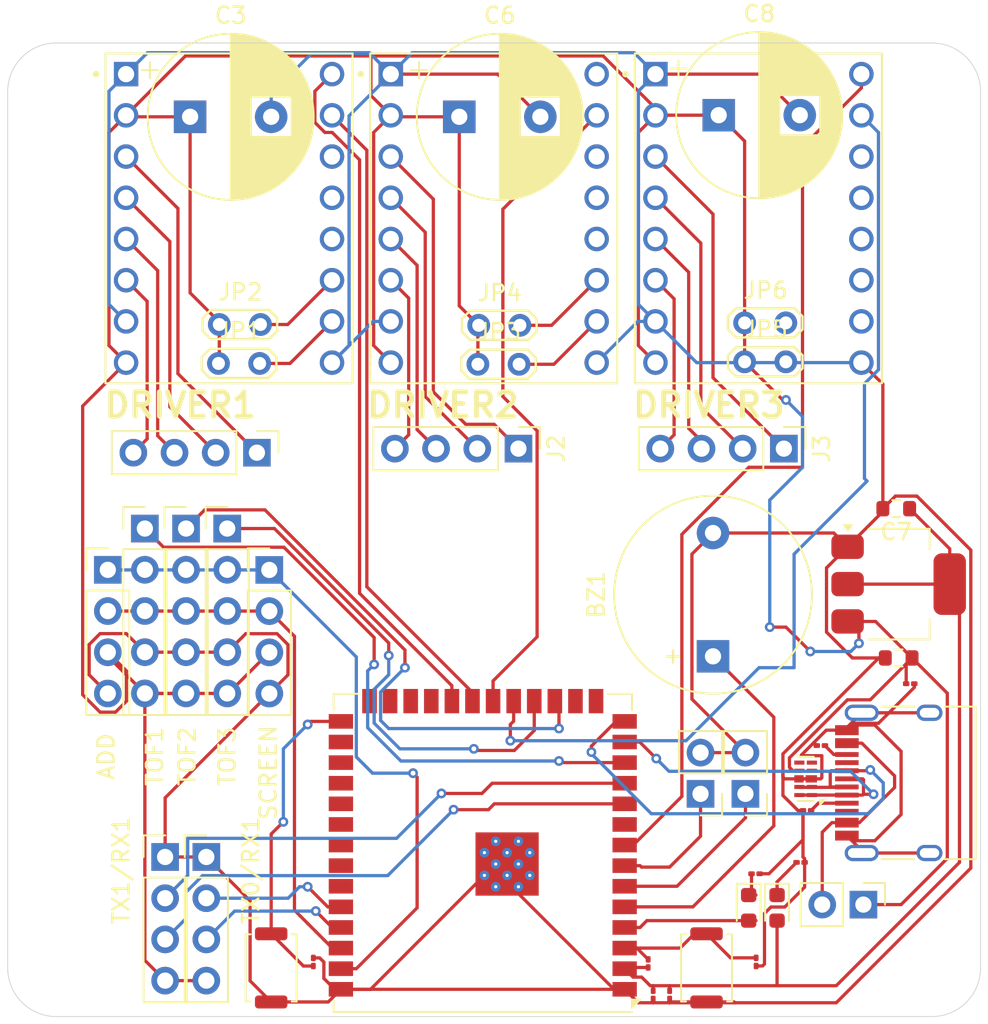
<source format=kicad_pcb>
(kicad_pcb (version 20240108) (generator "pcbnew") (generator_version "8.0")
  (layers (0 "F.Cu" signal) (31 "B.Cu" signal) (34 "B.Paste" user) (35 "F.Paste" user) (36 "B.SilkS" user "B.Silkscreen") (37 "F.SilkS" user "F.Silkscreen") (38 "B.Mask" user) (39 "F.Mask" user) (44 "Edge.Cuts" user))
  (net 0 "")
  (net 1 "SDA")
  (net 2 "SCL")
  (net 3 "3V3")
  (net 4 "VCC_5V")
  (net 5 "BUZZER")
  (net 6 "GPIO0")
  (net 7 "ESP32_EN")
  (net 8 "Net-(D1-K)")
  (net 9 "LED")
  (net 10 "Net-(D2-K)")
  (net 11 "USB_P")
  (net 12 "USB_N")
  (net 13 "Net-(J1-CC1)")
  (net 14 "VCC_5Vin")
  (net 16 "Net-(J1-CC2)")
  (net 18 "TEAMBTN")
  (net 19 "LAUNCHPULL")
  (net 20 "Net-(JP1-B)")
  (net 21 "Net-(JP2-B)")
  (net 22 "Net-(JP3-B)")
  (net 23 "Net-(JP4-B)")
  (net 24 "Net-(JP5-B)")
  (net 25 "Net-(JP6-B)")
  (net 26 "XSHUT1")
  (net 27 "XSHUT2")
  (net 28 "XSHUT3")
  (net 29 "RX0")
  (net 30 "TX0")
  (net 31 "TX1")
  (net 32 "RX1")
  (net 34 "DIR1")
  (net 36 "STEP1")
  (net 39 "STEP2")
  (net 41 "DIR2")
  (net 46 "DIR3")
  (net 49 "STEP3")
  (net 50 "GPIO21")
  (net 51 "GPIO36")
  (net 54 "GPIO47")
  (net 58 "GPIO48")
  (net 59 "GPIO37")
  (net 62 "GPIO35")
  (net 63 "GPIO38")
  (net 64 "GND")
  (net 65 "MOTORA4")
  (net 66 "MOTORA1")
  (net 67 "MOTORA3")
  (net 68 "MOTORA2")
  (net 69 "MOTORB4")
  (net 70 "MOTORB1")
  (net 71 "MOTORB2")
  (net 72 "MOTORB3")
  (net 73 "MOTORC1")
  (net 74 "MOTORC4")
  (net 75 "MOTORC3")
  (net 76 "MOTORC2")
  (footprint "Buzzer_Beeper:Buzzer_12x9.5RM7.6" (layer "F.Cu") (at 153.71 110.78 90)
    (property "Reference" "BZ1")
    (property "Value" "Buzzer")
  )
  (footprint "Connector_PinHeader_2.54mm:PinHeader_1x04_P2.54mm_Vertical" (layer "F.Cu") (at 119.92 123.145)
    (property "Reference" "TX1/RX1")
    (property "Value" "Conn_01x04_Pin" (hide yes))
  )
  (footprint "TestPoint:TestPoint_2Pads_Pitch2.54mm_Drill0.8mm" (layer "F.Cu") (at 123.21 92.73)
    (property "Reference" "JP1")
    (property "Value" "Jumper_2_Open" (hide yes))
  )
  (footprint "Connector_PinHeader_2.54mm:PinHeader_1x04_P2.54mm_Vertical" (layer "F.Cu") (at 158.08 97.98 -90)
    (property "Reference" "J3")
    (property "Value" "Conn_01x04_Pin" (hide yes))
  )
  (footprint "Resistor_SMD:R_01005_0402Metric" (layer "F.Cu") (at 156.335 124.18)
    (property "Reference" "R5" (hide yes))
    (property "Value" "120" (hide yes))
  )
  (footprint "TestPoint:TestPoint_2Pads_Pitch2.54mm_Drill0.8mm" (layer "F.Cu") (at 155.66 92.63)
    (property "Reference" "JP5")
    (property "Value" "Jumper_2_Open" (hide yes))
  )
  (footprint "TMC2209:MODULE_TMC2209_SILENTSTEPSTICK" (layer "F.Cu") (at 156.51 83.79)
    (property "Reference" "U5" (hide yes))
    (property "Value" "TMC2209_SILENTSTEPSTICK" (hide yes))
  )
  (footprint "Capacitor_THT:CP_Radial_D10.0mm_P5.00mm" (layer "F.Cu") (at 138.06 77.53)
    (property "Reference" "C6")
    (property "Value" "100uF")
  )
  (footprint "Connector_PinHeader_2.54mm:PinHeader_1x02_P2.54mm_Vertical" (layer "F.Cu") (at 162.985 126.08 -90)
    (property "Reference" "J6" (hide yes))
    (property "Value" "Conn_01x02_Pin" (hide yes))
  )
  (footprint "Connector_PinHeader_2.54mm:PinHeader_1x05_P2.54mm_Vertical" (layer "F.Cu") (at 121.21 102.905)
    (property "Reference" "TOF2")
    (property "Value" "Conn_01x05_Pin" (hide yes))
  )
  (footprint "Resistor_SMD:R_01005_0402Metric" (layer "F.Cu") (at 160.36 116.28 180)
    (property "Reference" "R2" (hide yes))
    (property "Value" "5.1k" (hide yes))
  )
  (footprint "Resistor_SMD:R_01005_0402Metric" (layer "F.Cu") (at 150.019 131.64 -90)
    (property "Reference" "C10" (hide yes))
    (property "Value" "0.1uF(50V/10%)" (hide yes))
  )
  (footprint "TestPoint:TestPoint_2Pads_Pitch2.54mm_Drill0.8mm" (layer "F.Cu") (at 139.21 92.78)
    (property "Reference" "JP3")
    (property "Value" "Jumper_2_Open" (hide yes))
  )
  (footprint "Resistor_SMD:R_01005_0402Metric" (layer "F.Cu") (at 151.035 131.64 -90)
    (property "Reference" "C9" (hide yes))
    (property "Value" "10uF(25V/20%)" (hide yes))
  )
  (footprint "Resistor_SMD:R_01005_0402Metric" (layer "F.Cu") (at 159.11 123.48)
    (property "Reference" "R4" (hide yes))
    (property "Value" "120")
  )
  (footprint "Capacitor_THT:CP_Radial_D10.0mm_P5.00mm" (layer "F.Cu") (at 121.46 77.53)
    (property "Reference" "C3")
    (property "Value" "100uF")
  )
  (footprint "Connector_PinHeader_2.54mm:PinHeader_1x04_P2.54mm_Vertical" (layer "F.Cu") (at 125.58 98.23 -90)
    (property "Reference" "J8" (hide yes))
    (property "Value" "Conn_01x04_Pin" (hide yes))
  )
  (footprint "Connector_PinHeader_2.54mm:PinHeader_1x05_P2.54mm_Vertical" (layer "F.Cu") (at 118.67 102.905)
    (property "Reference" "TOF1")
    (property "Value" "Conn_01x05_Pin" (hide yes))
  )
  (footprint "Resistor_SMD:R_0603_1608Metric" (layer "F.Cu") (at 165.16 110.88 180)
    (property "Reference" "C5" (hide yes))
    (property "Value" "10uF" (hide yes))
  )
  (footprint "MountingHole:MountingHole_3.2mm_M3" (layer "F.Cu") (at 167.21 129.98)
    (property "Reference" "H4" (hide yes))
    (property "Value" "MountingHole" (hide yes))
  )
  (footprint "Resistor_SMD:R_01005_0402Metric" (layer "F.Cu") (at 156.369 129.612 -90)
    (property "Reference" "C2" (hide yes))
    (property "Value" "0.1uF" (hide yes))
  )
  (footprint "Connector_PinHeader_2.54mm:PinHeader_1x05_P2.54mm_Vertical" (layer "F.Cu") (at 123.75 102.905)
    (property "Reference" "TOF3")
    (property "Value" "Conn_01x05_Pin" (hide yes))
  )
  (footprint "MountingHole:MountingHole_3.2mm_M3" (layer "F.Cu") (at 167.21 75.98)
    (property "Reference" "H2" (hide yes))
    (property "Value" "MountingHole" (hide yes))
  )
  (footprint "Package_TO_SOT_SMD:SOT-223-3_TabPin2" (layer "F.Cu") (at 165.16 106.33)
    (property "Reference" "U4" (hide yes))
    (property "Value" "AMS1117-3.3 (UMW)" (hide yes))
  )
  (footprint "Resistor_SMD:R_01005_0402Metric" (layer "F.Cu") (at 129.06 129.616 90)
    (property "Reference" "C1" (hide yes))
    (property "Value" "0.1uF" (hide yes))
  )
  (footprint "Connector_PinHeader_2.54mm:PinHeader_1x04_P2.54mm_Vertical" (layer "F.Cu") (at 126.345 105.455)
    (property "Reference" "SCREEN")
    (property "Value" "Conn_01x04_Pin" (hide yes))
  )
  (footprint "TMC2209:MODULE_TMC2209_SILENTSTEPSTICK" (layer "F.Cu") (at 140.185 83.79)
    (property "Reference" "U2" (hide yes))
    (property "Value" "TMC2209_SILENTSTEPSTICK" (hide yes))
  )
  (footprint "TestPoint:TestPoint_2Pads_Pitch2.54mm_Drill0.8mm" (layer "F.Cu") (at 139.26 90.38)
    (property "Reference" "JP4")
    (property "Value" "Jumper_2_Open" (hide yes))
  )
  (footprint "MountingHole:MountingHole_3.2mm_M3" (layer "F.Cu") (at 113.21 129.98)
    (property "Reference" "H3" (hide yes))
    (property "Value" "MountingHole" (hide yes))
  )
  (footprint "Package_DFN_QFN:Diodes_UDFN-10_1.0x2.5mm_P0.5mm" (layer "F.Cu") (at 159.4225 118.33 180)
    (property "Reference" "U3" (hide yes))
    (property "Value" "D3V3XA4B10LP" (hide yes))
  )
  (footprint "Connector_USB:USB_C_Receptacle_HRO_TYPE-C-31-M-12" (layer "F.Cu") (at 166.01 118.58 90)
    (property "Reference" "J1" (hide yes))
    (property "Value" "USB_C_Receptacle_USB2.0_16P" (hide yes))
  )
  (footprint "Capacitor_THT:CP_Radial_D10.0mm_P5.00mm" (layer "F.Cu") (at 154.06 77.43)
    (property "Reference" "C8")
    (property "Value" "100uF")
  )
  (footprint "Connector_PinHeader_2.54mm:PinHeader_1x04_P2.54mm_Vertical" (layer "F.Cu") (at 122.46 123.145)
    (property "Reference" "TX0/RX1")
    (property "Value" "Conn_01x04_Pin" (hide yes))
  )
  (footprint "Resistor_SMD:R_01005_0402Metric" (layer "F.Cu") (at 165.873 112.467)
    (property "Reference" "C4" (hide yes))
    (property "Value" "10uF(25V/20%)" (hide yes))
  )
  (footprint "Button_Switch_SMD:SW_Push_SPST_NO_Alps_SKRK" (layer "F.Cu") (at 126.46 129.98 90)
    (property "Reference" "SW1" (hide yes))
    (property "Value" "SW_Push" (hide yes))
  )
  (footprint "Resistor_SMD:R_01005_0402Metric" (layer "F.Cu") (at 149.71 129.705 90)
    (property "Reference" "R1" (hide yes))
    (property "Value" "10k" (hide yes))
  )
  (footprint "Resistor_SMD:R_0603_1608Metric" (layer "F.Cu") (at 165.01 101.68 180)
    (property "Reference" "C7")
    (property "Value" "10uF")
  )
  (footprint "LED_SMD:LED_0603_1608Metric" (layer "F.Cu") (at 157.66 126.28 -90)
    (property "Reference" "D1" (hide yes))
    (property "Value" "~" (hide yes))
  )
  (footprint "TestPoint:TestPoint_2Pads_Pitch2.54mm_Drill0.8mm" (layer "F.Cu") (at 155.66 90.23)
    (property "Reference" "JP6")
    (property "Value" "Jumper_2_Open" (hide yes))
  )
  (footprint "Button_Switch_SMD:SW_Push_SPST_NO_Alps_SKRK" (layer "F.Cu") (at 153.31 129.98 90)
    (property "Reference" "SW2" (hide yes))
    (property "Value" "SW_Push" (hide yes))
  )
  (footprint "RF_Module:ESP32-S3-WROOM-1U" (layer "F.Cu") (at 139.51 122.89 180)
    (property "Reference" "U6" (hide yes))
    (property "Value" "ESP32-S3-WROOM-1" (hide yes))
  )
  (footprint "Connector_PinHeader_2.54mm:PinHeader_1x04_P2.54mm_Vertical" (layer "F.Cu") (at 116.384 105.45)
    (property "Reference" "ADD")
    (property "Value" "Conn_01x04_Pin" (hide yes))
  )
  (footprint "TestPoint:TestPoint_2Pads_Pitch2.54mm_Drill0.8mm" (layer "F.Cu") (at 123.26 90.33)
    (property "Reference" "JP2")
    (property "Value" "Jumper_2_Open" (hide yes))
  )
  (footprint "TMC2209:MODULE_TMC2209_SILENTSTEPSTICK" (layer "F.Cu") (at 123.86 83.79)
    (property "Reference" "U1" (hide yes))
    (property "Value" "TMC2209_SILENTSTEPSTICK" (hide yes))
  )
  (footprint "Connector_PinHeader_2.54mm:PinHeader_1x04_P2.54mm_Vertical" (layer "F.Cu") (at 141.71 97.98 -90)
    (property "Reference" "J2")
    (property "Value" "Conn_01x04_Pin" (hide yes))
  )
  (footprint "MountingHole:MountingHole_3.2mm_M3" (layer "F.Cu") (at 113.21 75.98)
    (property "Reference" "H1" (hide yes))
    (property "Value" "MountingHole" (hide yes))
  )
  (footprint "Connector_PinHeader_2.54mm:PinHeader_1x02_P2.54mm_Vertical" (layer "F.Cu") (at 152.94 119.255 180)
    (property "Reference" "J5" (hide yes))
    (property "Value" "Conn_01x02_Pin" (hide yes))
  )
  (footprint "Connector_PinHeader_2.54mm:PinHeader_1x02_P2.54mm_Vertical" (layer "F.Cu") (at 155.71 119.255 180)
    (property "Reference" "J7" (hide yes))
    (property "Value" "Conn_01x02_Pin" (hide yes))
  )
  (footprint "LED_SMD:LED_0603_1608Metric" (layer "F.Cu") (at 155.91 126.28 -90)
    (property "Reference" "D2" (hide yes))
    (property "Value" "~" (hide yes))
  )
  (footprint "Resistor_SMD:R_01005_0402Metric" (layer "F.Cu") (at 159.51 120.28 180)
    (property "Reference" "R3" (hide yes))
    (property "Value" "5.1k" (hide yes))
  )
  (gr_line (start 167.21 132.98) (end 113.21 132.98) (stroke (width 0.05)) (layer "Edge.Cuts"))
  (gr_arc (start 167.21 72.98) (mid 169.33132 73.85868) (end 170.21 75.98) (stroke (width 0.05)) (layer "Edge.Cuts"))
  (gr_line (start 113.21 72.98) (end 167.21 72.98) (stroke (width 0.05)) (layer "Edge.Cuts"))
  (gr_arc (start 110.21 75.98) (mid 111.08868 73.85868) (end 113.21 72.98) (stroke (width 0.05)) (layer "Edge.Cuts"))
  (gr_arc (start 113.21 132.98) (mid 111.08868 132.10132) (end 110.21 129.98) (stroke (width 0.05)) (layer "Edge.Cuts"))
  (gr_line (start 170.21 75.98) (end 170.21 129.98) (stroke (width 0.05)) (layer "Edge.Cuts"))
  (gr_arc (start 170.21 129.98) (mid 169.33132 132.10132) (end 167.21 132.98) (stroke (width 0.05)) (layer "Edge.Cuts"))
  (gr_line (start 110.21 129.98) (end 110.21 75.98) (stroke (width 0.05)) (layer "Edge.Cuts"))
  (gr_text "DRIVER2\n" (at 132.21 96.18 0) (layer "F.SilkS") (effects (font (size 1.5 1.5) (thickness 0.3) (bold yes)) (justify left bottom)))
  (gr_text "DRIVER1" (at 116.01 96.18 0) (layer "F.SilkS") (effects (font (size 1.5 1.5) (thickness 0.3) (bold yes)) (justify left bottom)))
  (gr_text "DRIVER3\n" (at 148.61 96.18 0) (layer "F.SilkS") (effects (font (size 1.5 1.5) (thickness 0.3) (bold yes)) (justify left bottom)))
  (segment (start 135.46 118.23) (end 135.21 117.98) (width 0.2) (layer "F.Cu") (net 1))
  (segment (start 135.46 126.28) (end 135.46 118.23) (width 0.2) (layer "F.Cu") (net 1))
  (segment (start 131.71 130.03) (end 135.46 126.28) (width 0.2) (layer "F.Cu") (net 1))
  (segment (start 130.76 130.03) (end 131.71 130.03) (width 0.2) (layer "F.Cu") (net 1))
  (via (at 135.21 117.98) (size 0.6) (drill 0.3) (layers "F.Cu" "B.Cu") (net 1))
  (segment (start 135.21 117.98) (end 132.71 117.98) (width 0.2) (layer "B.Cu") (net 1))
  (segment (start 131.71 116.98) (end 131.71 110.82) (width 0.2) (layer "B.Cu") (net 1))
  (segment (start 131.71 110.82) (end 126.345 105.455) (width 0.2) (layer "B.Cu") (net 1))
  (segment (start 116.389 105.455) (end 116.384 105.45) (width 0.2) (layer "B.Cu") (net 1))
  (segment (start 126.345 105.455) (end 116.389 105.455) (width 0.2) (layer "B.Cu") (net 1))
  (segment (start 132.71 117.98) (end 131.71 116.98) (width 0.2) (layer "B.Cu") (net 1))
  (segment (start 126.34 107.99) (end 126.345 107.995) (width 0.2) (layer "F.Cu") (net 2))
  (segment (start 130.76 128.76) (end 130.23 128.76) (width 0.2) (layer "F.Cu") (net 2))
  (segment (start 130.23 128.76) (end 127.895 126.425) (width 0.2) (layer "F.Cu") (net 2))
  (segment (start 126.34 107.99) (end 116.384 107.99) (width 0.2) (layer "F.Cu") (net 2))
  (segment (start 127.895 126.425) (end 127.895 109.545) (width 0.2) (layer "F.Cu") (net 2))
  (segment (start 127.895 109.545) (end 126.34 107.99) (width 0.2) (layer "F.Cu") (net 2))
  (segment (start 157.66 127.0675) (end 157.66 131.08) (width 0.2) (layer "F.Cu") (net 3))
  (segment (start 150.019 131.39) (end 150.019 131.08) (width 0.2) (layer "F.Cu") (net 3))
  (segment (start 157.66 131.08) (end 161.31 131.08) (width 0.2) (layer "F.Cu") (net 3))
  (segment (start 168.91 123.48) (end 168.91 106.93) (width 0.2) (layer "F.Cu") (net 3))
  (segment (start 151.035 131.39) (end 151.035 131.08) (width 0.2) (layer "F.Cu") (net 3))
  (segment (start 161.31 131.08) (end 168.91 123.48) (width 0.2) (layer "F.Cu") (net 3))
  (segment (start 150.019 131.08) (end 151.035 131.08) (width 0.2) (layer "F.Cu") (net 3))
  (segment (start 168.31 106.33) (end 162.01 106.33) (width 0.2) (layer "F.Cu") (net 3))
  (segment (start 148.78 130.55) (end 149.31 130.55) (width 0.2) (layer "F.Cu") (net 3))
  (segment (start 168.91 106.93) (end 168.31 106.33) (width 0.2) (layer "F.Cu") (net 3))
  (segment (start 149.71 129.955) (end 148.335 129.955) (width 0.2) (layer "F.Cu") (net 3))
  (segment (start 148.335 129.955) (end 148.26 130.03) (width 0.2) (layer "F.Cu") (net 3))
  (segment (start 168.31 106.33) (end 168.31 104.155) (width 0.2) (layer "F.Cu") (net 3))
  (segment (start 151.035 131.08) (end 157.66 131.08) (width 0.2) (layer "F.Cu") (net 3))
  (segment (start 149.84 131.08) (end 150.019 131.08) (width 0.2) (layer "F.Cu") (net 3))
  (segment (start 149.31 130.55) (end 149.84 131.08) (width 0.2) (layer "F.Cu") (net 3))
  (segment (start 148.26 130.03) (end 148.78 130.55) (width 0.2) (layer "F.Cu") (net 3))
  (segment (start 168.31 104.155) (end 165.835 101.68) (width 0.2) (layer "F.Cu") (net 3))
  (segment (start 158.4225 117.036129) (end 158.4225 117.6175) (width 0.2) (layer "F.Cu") (net 4))
  (segment (start 139.21 92.78) (end 139.21 90.43) (width 0.2) (layer "F.Cu") (net 4))
  (segment (start 163.405 113.46) (end 161.998629 113.46) (width 0.2) (layer "F.Cu") (net 4))
  (segment (start 155.66 92.63) (end 155.66 90.23) (width 0.2) (layer "F.Cu") (net 4))
  (segment (start 155.66 90.23) (end 155.66 79.03) (width 0.2) (layer "F.Cu") (net 4))
  (segment (start 150.16 92.68) (end 149.106 91.626) (width 0.2) (layer "F.Cu") (net 4))
  (segment (start 117.51 92.68) (end 116.456 91.626) (width 0.2) (layer "F.Cu") (net 4))
  (segment (start 149.106 78.494) (end 150.16 77.44) (width 0.2) (layer "F.Cu") (net 4))
  (segment (start 157.21 108.98) (end 158.21 108.98) (width 0.2) (layer "F.Cu") (net 4))
  (segment (start 118.67 129.515) (end 118.67 113.065) (width 0.2) (layer "F.Cu") (net 4))
  (segment (start 123.26 90.33) (end 123.26 92.68) (width 0.2) (layer "F.Cu") (net 4))
  (segment (start 158.01 94.98) (end 158.21 94.98) (width 0.2) (layer "F.Cu") (net 4))
  (segment (start 133.835 92.68) (end 132.781 91.626) (width 0.2) (layer "F.Cu") (net 4))
  (segment (start 117.51 92.68) (end 114.834 95.356) (width 0.2) (layer "F.Cu") (net 4))
  (segment (start 158.4225 117.6175) (end 158.61 117.805) (width 0.2) (layer "F.Cu") (net 4))
  (segment (start 168.16 113.055) (end 165.985 110.88) (width 0.2) (layer "F.Cu") (net 4))
  (segment (start 162.71 109.33) (end 162.01 108.63) (width 0.2) (layer "F.Cu") (net 4))
  (segment (start 162.71 109.98) (end 162.71 109.33) (width 0.2) (layer "F.Cu") (net 4))
  (segment (start 132.781 91.626) (end 132.781 78.494) (width 0.2) (layer "F.Cu") (net 4))
  (segment (start 114.834 113.146346) (end 115.907654 114.22) (width 0.2) (layer "F.Cu") (net 4))
  (segment (start 123.26 90.18) (end 121.46 88.38) (width 0.2) (layer "F.Cu") (net 4))
  (segment (start 146.932 73.78) (end 150.16 77.008) (width 0.2) (layer "F.Cu") (net 4))
  (segment (start 165.623 112.467) (end 165.623 111.242) (width 0.2) (layer "F.Cu") (net 4))
  (segment (start 115.907654 114.22) (end 116.860346 114.22) (width 0.2) (layer "F.Cu") (net 4))
  (segment (start 123.26 90.33) (end 123.26 90.18) (width 0.2) (layer "F.Cu") (net 4))
  (segment (start 132.61 76.215) (end 133.835 77.44) (width 0.2) (layer "F.Cu") (net 4))
  (segment (start 121.46 88.38) (end 121.46 77.53) (width 0.2) (layer "F.Cu") (net 4))
  (segment (start 114.834 95.356) (end 114.834 113.146346) (width 0.2) (layer "F.Cu") (net 4))
  (segment (start 165.985 110.88) (end 163.405 113.46) (width 0.2) (layer "F.Cu") (net 4))
  (segment (start 165.31137 126.08) (end 168.135685 123.255685) (width 0.2) (layer "F.Cu") (net 4))
  (segment (start 116.384 110.779) (end 116.384 110.53) (width 0.2) (layer "F.Cu") (net 4))
  (segment (start 117.534 113.546346) (end 117.534 111.68) (width 0.2) (layer "F.Cu") (net 4))
  (segment (start 121.46 77.53) (end 117.6 77.53) (width 0.2) (layer "F.Cu") (net 4))
  (segment (start 163.735 108.63) (end 162.01 108.63) (width 0.2) (layer "F.Cu") (net 4))
  (segment (start 155.66 92.63) (end 158.01 94.98) (width 0.2) (layer "F.Cu") (net 4))
  (segment (start 117.534 111.68) (end 116.384 110.53) (width 0.2) (layer "F.Cu") (net 4))
  (segment (start 165.623 111.242) (end 165.985 110.88) (width 0.2) (layer "F.Cu") (net 4))
  (segment (start 158.61 117.805) (end 158.4725 117.805) (width 0.2) (layer "F.Cu") (net 4))
  (segment (start 116.456 78.494) (end 117.51 77.44) (width 0.2) (layer "F.Cu") (net 4))
  (segment (start 138.06 77.53) (end 133.925 77.53) (width 0.2) (layer "F.Cu") (net 4))
  (segment (start 121.17 73.78) (end 132.61 73.78) (width 0.2) (layer "F.Cu") (net 4))
  (segment (start 149.106 91.626) (end 149.106 78.494) (width 0.2) (layer "F.Cu") (net 4))
  (segment (start 154.06 77.43) (end 150.17 77.43) (width 0.2) (layer "F.Cu") (net 4))
  (segment (start 132.61 73.78) (end 146.932 73.78) (width 0.2) (layer "F.Cu") (net 4))
  (segment (start 158.21 108.98) (end 159.71 110.48) (width 0.2) (layer "F.Cu") (net 4))
  (segment (start 118.67 113.065) (end 116.384 110.779) (width 0.2) (layer "F.Cu") (net 4))
  (segment (start 162.985 126.08) (end 165.31137 126.08) (width 0.2) (layer "F.Cu") (net 4))
  (segment (start 123.26 92.68) (end 123.21 92.73) (width 0.2) (layer "F.Cu") (net 4))
  (segment (start 168.135685 123.255685) (end 168.16 123.231371) (width 0.2) (layer "F.Cu") (net 4))
  (segment (start 132.781 78.494) (end 133.835 77.44) (width 0.2) (layer "F.Cu") (net 4))
  (segment (start 132.61 73.78) (end 132.61 76.215) (width 0.2) (layer "F.Cu") (net 4))
  (segment (start 139.26 90.38) (end 138.06 89.18) (width 0.2) (layer "F.Cu") (net 4))
  (segment (start 117.51 77.44) (end 121.17 73.78) (width 0.2) (layer "F.Cu") (net 4))
  (segment (start 138.06 89.18) (end 138.06 77.53) (width 0.2) (layer "F.Cu") (net 4))
  (segment (start 133.925 77.53) (end 133.835 77.44) (width 0.2) (layer "F.Cu") (net 4))
  (segment (start 119.92 130.765) (end 118.67 129.515) (width 0.2) (layer "F.Cu") (net 4))
  (segment (start 139.21 90.43) (end 139.26 90.38) (width 0.2) (layer "F.Cu") (net 4))
  (segment (start 121.21 113.065) (end 118.67 113.065) (width 0.2) (layer "F.Cu") (net 4))
  (segment (start 116.860346 114.22) (end 117.534 113.546346) (width 0.2) (layer "F.Cu") (net 4))
  (segment (start 123.815 113.065) (end 126.345 110.535) (width 0.2) (layer "F.Cu") (net 4))
  (segment (start 150.17 77.43) (end 150.16 77.44) (width 0.2) (layer "F.Cu") (net 4))
  (segment (start 118.67 113.065) (end 123.815 113.065) (width 0.2) (layer "F.Cu") (net 4))
  (segment (start 165.985 110.88) (end 163.735 108.63) (width 0.2) (layer "F.Cu") (net 4))
  (segment (start 119.92 130.765) (end 122.46 130.765) (width 0.2) (layer "F.Cu") (net 4))
  (segment (start 150.16 77.008) (end 150.16 77.44) (width 0.2) (layer "F.Cu") (net 4))
  (segment (start 168.16 123.231371) (end 168.16 113.055) (width 0.2) (layer "F.Cu") (net 4))
  (segment (start 161.998629 113.46) (end 158.4225 117.036129) (width 0.2) (layer "F.Cu") (net 4))
  (segment (start 116.456 91.626) (end 116.456 78.494) (width 0.2) (layer "F.Cu") (net 4))
  (segment (start 117.6 77.53) (end 117.51 77.44) (width 0.2) (layer "F.Cu") (net 4))
  (segment (start 155.66 79.03) (end 154.06 77.43) (width 0.2) (layer "F.Cu") (net 4))
  (via (at 162.71 109.98) (size 0.6) (drill 0.3) (layers "F.Cu" "B.Cu") (net 4))
  (via (at 159.71 110.48) (size 0.6) (drill 0.3) (layers "F.Cu" "B.Cu") (net 4))
  (via (at 158.21 94.98) (size 0.6) (drill 0.3) (layers "F.Cu" "B.Cu") (net 4))
  (via (at 157.21 108.98) (size 0.6) (drill 0.3) (layers "F.Cu" "B.Cu") (net 4))
  (segment (start 159.23 96) (end 159.23 99.13) (width 0.2) (layer "B.Cu") (net 4))
  (segment (start 157.21 101.15) (end 157.21 108.98) (width 0.2) (layer "B.Cu") (net 4))
  (segment (start 159.71 110.48) (end 162.21 110.48) (width 0.2) (layer "B.Cu") (net 4))
  (segment (start 159.23 99.13) (end 157.21 101.15) (width 0.2) (layer "B.Cu") (net 4))
  (segment (start 158.21 94.98) (end 159.23 96) (width 0.2) (layer "B.Cu") (net 4))
  (segment (start 162.21 110.48) (end 162.71 109.98) (width 0.2) (layer "B.Cu") (net 4))
  (segment (start 157.46 121.23) (end 157.46 114.53) (width 0.2) (layer "F.Cu") (net 5))
  (segment (start 157.46 114.53) (end 153.71 110.78) (width 0.2) (layer "F.Cu") (net 5))
  (segment (start 148.47 126.43) (end 148.26 126.22) (width 0.2) (layer "F.Cu") (net 5))
  (segment (start 152.47 126.22) (end 157.46 121.23) (width 0.2) (layer "F.Cu") (net 5))
  (segment (start 148.26 126.22) (end 152.47 126.22) (width 0.2) (layer "F.Cu") (net 5))
  (segment (start 126.46 127.88) (end 126.46 121.73) (width 0.2) (layer "F.Cu") (net 6))
  (segment (start 126.46 121.73) (end 127.21 120.98) (width 0.2) (layer "F.Cu") (net 6))
  (segment (start 129.06 129.866) (end 128.446 129.866) (width 0.2) (layer "F.Cu") (net 6))
  (segment (start 128.71 114.98) (end 128.9 114.79) (width 0.2) (layer "F.Cu") (net 6))
  (segment (start 128.446 129.866) (end 126.46 127.88) (width 0.2) (layer "F.Cu") (net 6))
  (segment (start 128.9 114.79) (end 130.76 114.79) (width 0.2) (layer "F.Cu") (net 6))
  (via (at 128.71 114.98) (size 0.6) (drill 0.3) (layers "F.Cu" "B.Cu") (net 6))
  (via (at 127.21 120.98) (size 0.6) (drill 0.3) (layers "F.Cu" "B.Cu") (net 6))
  (segment (start 127.21 116.48) (end 128.71 114.98) (width 0.2) (layer "B.Cu") (net 6))
  (segment (start 127.21 120.98) (end 127.21 116.48) (width 0.2) (layer "B.Cu") (net 6))
  (segment (start 154.792 129.362) (end 153.31 127.88) (width 0.2) (layer "F.Cu") (net 7))
  (segment (start 151.68 128.76) (end 148.26 128.76) (width 0.2) (layer "F.Cu") (net 7))
  (segment (start 149.015 128.76) (end 148.26 128.76) (width 0.2) (layer "F.Cu") (net 7))
  (segment (start 156.369 129.362) (end 154.792 129.362) (width 0.2) (layer "F.Cu") (net 7))
  (segment (start 152.56 127.88) (end 151.68 128.76) (width 0.2) (layer "F.Cu") (net 7))
  (segment (start 149.71 129.455) (end 149.015 128.76) (width 0.2) (layer "F.Cu") (net 7))
  (segment (start 157.66 125.4925) (end 157.66 124.68) (width 0.2) (layer "F.Cu") (net 8))
  (segment (start 157.66 124.68) (end 158.86 123.48) (width 0.2) (layer "F.Cu") (net 8))
  (segment (start 149.21 127.49) (end 149.6325 127.0675) (width 0.2) (layer "F.Cu") (net 9))
  (segment (start 156.36 127.0675) (end 156.1225 126.83) (width 0.2) (layer "F.Cu") (net 9))
  (segment (start 148.26 127.49) (end 149.21 127.49) (width 0.2) (layer "F.Cu") (net 9))
  (segment (start 149.6325 127.0675) (end 155.91 127.0675) (width 0.2) (layer "F.Cu") (net 9))
  (segment (start 156.36 125.4925) (end 156.085 125.2175) (width 0.2) (layer "F.Cu") (net 10))
  (segment (start 156.085 125.2175) (end 156.085 124.18) (width 0.2) (layer "F.Cu") (net 10))
  (segment (start 161.965 118.83) (end 161.94 118.805) (width 0.2) (layer "F.Cu") (net 11))
  (segment (start 146.21 116.31) (end 147.73 114.79) (width 0.2) (layer "F.Cu") (net 11))
  (segment (start 147.73 114.79) (end 148.26 114.79) (width 0.2) (layer "F.Cu") (net 11))
  (segment (start 161.94 118.855) (end 159.035 118.855) (width 0.2) (layer "F.Cu") (net 11))
  (segment (start 160.94 118.78) (end 160.94 117.88) (width 0.2) (layer "F.Cu") (net 11))
  (segment (start 163.36 117.83) (end 163.41 117.78) (width 0.2) (layer "F.Cu") (net 11))
  (segment (start 146.21 116.68) (end 146.21 116.31) (width 0.2) (layer "F.Cu") (net 11))
  (segment (start 160.99 118.83) (end 160.94 118.78) (width 0.2) (layer "F.Cu") (net 11))
  (segment (start 161.965 117.83) (end 163.36 117.83) (width 0.2) (layer "F.Cu") (net 11))
  (segment (start 161.965 118.83) (end 161.94 118.855) (width 0.2) (layer "F.Cu") (net 11))
  (segment (start 160.94 117.88) (end 160.99 117.83) (width 0.2) (layer "F.Cu") (net 11))
  (segment (start 161.965 118.83) (end 160.99 118.83) (width 0.2) (layer "F.Cu") (net 11))
  (segment (start 160.99 117.83) (end 161.965 117.83) (width 0.2) (layer "F.Cu") (net 11))
  (via (at 146.21 116.68) (size 0.6) (drill 0.3) (layers "F.Cu" "B.Cu") (net 11))
  (via (at 163.41 117.78) (size 0.6) (drill 0.3) (layers "F.Cu" "B.Cu") (net 11))
  (segment (start 163.41 117.78) (end 164.21 118.58) (width 0.2) (layer "B.Cu") (net 11))
  (segment (start 164.21 119.528529) (end 163.258529 120.48) (width 0.2) (layer "B.Cu") (net 11))
  (segment (start 164.21 118.58) (end 164.21 119.528529) (width 0.2) (layer "B.Cu") (net 11))
  (segment (start 146.21 116.68) (end 146.11 116.68) (width 0.2) (layer "B.Cu") (net 11))
  (segment (start 149.91 120.48) (end 146.21 116.78) (width 0.2) (layer "B.Cu") (net 11))
  (segment (start 146.11 116.68) (end 146.21 116.78) (width 0.2) (layer "B.Cu") (net 11))
  (segment (start 163.258529 120.48) (end 149.91 120.48) (width 0.2) (layer "B.Cu") (net 11))
  (segment (start 146.21 116.78) (end 146.21 116.68) (width 0.2) (layer "B.Cu") (net 11))
  (segment (start 162.99 119.28) (end 163.61 119.28) (width 0.2) (layer "F.Cu") (net 12))
  (segment (start 162.94 119.33) (end 161.965 119.33) (width 0.2) (layer "F.Cu") (net 12))
  (segment (start 162.99 119.28) (end 162.94 119.33) (width 0.2) (layer "F.Cu") (net 12))
  (segment (start 149.19 116.06) (end 148.26 116.06) (width 0.2) (layer "F.Cu") (net 12))
  (segment (start 161.965 118.33) (end 162.94 118.33) (width 0.2) (layer "F.Cu") (net 12))
  (segment (start 162.94 118.33) (end 162.99 118.38) (width 0.2) (layer "F.Cu") (net 12))
  (segment (start 162.99 118.38) (end 162.99 119.28) (width 0.2) (layer "F.Cu") (net 12))
  (segment (start 150.21 117.08) (end 149.19 116.06) (width 0.2) (layer "F.Cu") (net 12))
  (segment (start 159.035 119.33) (end 161.965 119.33) (width 0.2) (layer "F.Cu") (net 12))
  (segment (start 163.61 119.28) (end 163.51 119.28) (width 0.2) (layer "F.Cu") (net 12))
  (via (at 150.21 117.08) (size 0.6) (drill 0.3) (layers "F.Cu" "B.Cu") (net 12))
  (via (at 163.61 119.28) (size 0.6) (drill 0.3) (layers "F.Cu" "B.Cu") (net 12))
  (segment (start 162.195 117.865) (end 150.995 117.865) (width 0.2) (layer "B.Cu") (net 12))
  (segment (start 163.61 119.28) (end 162.195 117.865) (width 0.2) (layer "B.Cu") (net 12))
  (segment (start 150.995 117.865) (end 150.21 117.08) (width 0.2) (layer "B.Cu") (net 12))
  (segment (start 160.21 119.83) (end 161.965 119.83) (width 0.2) (layer "F.Cu") (net 13))
  (segment (start 159.76 120.28) (end 160.21 119.83) (width 0.2) (layer "F.Cu") (net 13))
  (segment (start 160.445 121.625) (end 161.04 121.03) (width 0.2) (layer "F.Cu") (net 14))
  (segment (start 164.91 118.15) (end 162.89 116.13) (width 0.2) (layer "F.Cu") (net 14))
  (segment (start 162.74 121.03) (end 164.91 118.86) (width 0.2) (layer "F.Cu") (net 14))
  (segment (start 162.89 116.13) (end 161.965 116.13) (width 0.2) (layer "F.Cu") (net 14))
  (segment (start 160.445 126.08) (end 160.445 121.625) (width 0.2) (layer "F.Cu") (net 14))
  (segment (start 161.04 121.03) (end 161.965 121.03) (width 0.2) (layer "F.Cu") (net 14))
  (segment (start 164.91 118.86) (end 164.91 118.15) (width 0.2) (layer "F.Cu") (net 14))
  (segment (start 161.965 121.03) (end 162.74 121.03) (width 0.2) (layer "F.Cu") (net 14))
  (segment (start 160.61 116.28) (end 161.16 116.83) (width 0.2) (layer "F.Cu") (net 16))
  (segment (start 161.16 116.83) (end 161.965 116.83) (width 0.2) (layer "F.Cu") (net 16))
  (segment (start 149.21 123.68) (end 149.3 123.77) (width 0.2) (layer "F.Cu") (net 18))
  (segment (start 152.94 121.865) (end 152.94 119.255) (width 0.2) (layer "F.Cu") (net 18))
  (segment (start 149.3 123.77) (end 151.035 123.77) (width 0.2) (layer "F.Cu") (net 18))
  (segment (start 151.035 123.77) (end 152.94 121.865) (width 0.2) (layer "F.Cu") (net 18))
  (segment (start 148.26 123.68) (end 149.21 123.68) (width 0.2) (layer "F.Cu") (net 18))
  (segment (start 148.26 124.95) (end 151.49 124.95) (width 0.2) (layer "F.Cu") (net 19))
  (segment (start 151.49 124.95) (end 155.71 120.73) (width 0.2) (layer "F.Cu") (net 19))
  (segment (start 155.71 120.73) (end 155.71 119.255) (width 0.2) (layer "F.Cu") (net 19))
  (segment (start 125.75 92.73) (end 127.62 92.73) (width 0.2) (layer "F.Cu") (net 20))
  (segment (start 127.62 92.73) (end 130.21 90.14) (width 0.2) (layer "F.Cu") (net 20))
  (segment (start 127.48 90.33) (end 130.21 87.6) (width 0.2) (layer "F.Cu") (net 21))
  (segment (start 125.8 90.33) (end 127.48 90.33) (width 0.2) (layer "F.Cu") (net 21))
  (segment (start 141.75 92.78) (end 143.895 92.78) (width 0.2) (layer "F.Cu") (net 22))
  (segment (start 143.895 92.78) (end 146.535 90.14) (width 0.2) (layer "F.Cu") (net 22))
  (segment (start 143.755 90.38) (end 146.535 87.6) (width 0.2) (layer "F.Cu") (net 23))
  (segment (start 141.8 90.38) (end 143.755 90.38) (width 0.2) (layer "F.Cu") (net 23))
  (segment (start 144.31 117.33) (end 148.26 117.33) (width 0.2) (layer "F.Cu") (net 26))
  (segment (start 132.81 109.62) (end 132.81 111.28) (width 0.2) (layer "F.Cu") (net 26))
  (segment (start 127.245 104.055) (end 132.81 109.62) (width 0.2) (layer "F.Cu") (net 26))
  (segment (start 118.67 102.905) (end 119.82 104.055) (width 0.2) (layer "F.Cu") (net 26))
  (segment (start 119.82 104.055) (end 127.245 104.055) (width 0.2) (layer "F.Cu") (net 26))
  (segment (start 144.21 117.23) (end 144.31 117.33) (width 0.2) (layer "F.Cu") (net 26))
  (via (at 144.21 117.23) (size 0.6) (drill 0.3) (layers "F.Cu" "B.Cu") (net 26))
  (via (at 132.81 111.28) (size 0.6) (drill 0.3) (layers "F.Cu" "B.Cu") (net 26))
  (segment (start 144.21 117.23) (end 134.46 117.23) (width 0.2) (layer "B.Cu") (net 26))
  (segment (start 134.46 117.23) (end 132.41 115.18) (width 0.2) (layer "B.Cu") (net 26))
  (segment (start 132.41 115.18) (end 132.41 111.68) (width 0.2) (layer "B.Cu") (net 26))
  (segment (start 132.41 111.68) (end 132.81 111.28) (width 0.2) (layer "B.Cu") (net 26))
  (segment (start 144.21 115.23) (end 144.21 113.795) (width 0.2) (layer "F.Cu") (net 27))
  (segment (start 122.36 101.755) (end 126.076372 101.755) (width 0.2) (layer "F.Cu") (net 27))
  (segment (start 121.21 102.905) (end 122.36 101.755) (width 0.2) (layer "F.Cu") (net 27))
  (segment (start 144.21 113.795) (end 143.955 113.54) (width 0.2) (layer "F.Cu") (net 27))
  (segment (start 126.076372 101.755) (end 134.71 110.388628) (width 0.2) (layer "F.Cu") (net 27))
  (segment (start 134.71 110.388628) (end 134.71 111.48) (width 0.2) (layer "F.Cu") (net 27))
  (via (at 144.21 115.23) (size 0.6) (drill 0.3) (layers "F.Cu" "B.Cu") (net 27))
  (via (at 134.71 111.48) (size 0.6) (drill 0.3) (layers "F.Cu" "B.Cu") (net 27))
  (segment (start 134.71 111.48) (end 133.21 112.98) (width 0.2) (layer "B.Cu") (net 27))
  (segment (start 133.21 114.73) (end 133.71 115.23) (width 0.2) (layer "B.Cu") (net 27))
  (segment (start 133.71 115.23) (end 144.21 115.23) (width 0.2) (layer "B.Cu") (net 27))
  (segment (start 133.21 112.98) (end 133.21 114.73) (width 0.2) (layer "B.Cu") (net 27))
  (segment (start 123.75 102.905) (end 126.660686 102.905) (width 0.2) (layer "F.Cu") (net 28))
  (segment (start 133.71 109.954314) (end 133.71 110.73) (width 0.2) (layer "F.Cu") (net 28))
  (segment (start 126.660686 102.905) (end 133.71 109.954314) (width 0.2) (layer "F.Cu") (net 28))
  (segment (start 139.06 116.58) (end 141.458529 116.58) (width 0.2) (layer "F.Cu") (net 28))
  (segment (start 141.458529 116.58) (end 142.685 115.353529) (width 0.2) (layer "F.Cu") (net 28))
  (segment (start 138.96 116.48) (end 139.06 116.58) (width 0.2) (layer "F.Cu") (net 28))
  (segment (start 142.685 115.353529) (end 142.685 113.54) (width 0.2) (layer "F.Cu") (net 28))
  (segment (start 133.71 110.73) (end 133.71 110.63) (width 0.2) (layer "F.Cu") (net 28))
  (via (at 133.71 110.73) (size 0.6) (drill 0.3) (layers "F.Cu" "B.Cu") (net 28))
  (via (at 138.96 116.48) (size 0.6) (drill 0.3) (layers "F.Cu" "B.Cu") (net 28))
  (segment (start 133.71 111.914314) (end 133.71 110.73) (width 0.2) (layer "B.Cu") (net 28))
  (segment (start 134.394314 116.48) (end 132.81 114.895686) (width 0.2) (layer "B.Cu") (net 28))
  (segment (start 132.81 112.814314) (end 133.71 111.914314) (width 0.2) (layer "B.Cu") (net 28))
  (segment (start 138.96 116.48) (end 134.394314 116.48) (width 0.2) (layer "B.Cu") (net 28))
  (segment (start 132.81 114.895686) (end 132.81 112.814314) (width 0.2) (layer "B.Cu") (net 28))
  (segment (start 130.76 126.22) (end 129.95 126.22) (width 0.2) (layer "F.Cu") (net 29))
  (segment (start 129.95 126.22) (end 128.71 124.98) (width 0.2) (layer "F.Cu") (net 29))
  (via (at 128.71 124.98) (size 0.6) (drill 0.3) (layers "F.Cu" "B.Cu") (net 29))
  (segment (start 128.21 124.98) (end 127.505 125.685) (width 0.2) (layer "B.Cu") (net 29))
  (segment (start 128.71 124.98) (end 128.21 124.98) (width 0.2) (layer "B.Cu") (net 29))
  (segment (start 127.505 125.685) (end 122.46 125.685) (width 0.2) (layer "B.Cu") (net 29))
  (segment (start 130.22 127.49) (end 129.21 126.48) (width 0.2) (layer "F.Cu") (net 30))
  (segment (start 130.76 127.49) (end 130.22 127.49) (width 0.2) (layer "F.Cu") (net 30))
  (via (at 129.21 126.48) (size 0.6) (drill 0.3) (layers "F.Cu" "B.Cu") (net 30))
  (segment (start 124.205 126.48) (end 122.46 128.225) (width 0.2) (layer "B.Cu") (net 30))
  (segment (start 129.21 126.48) (end 124.205 126.48) (width 0.2) (layer "B.Cu") (net 30))
  (segment (start 139.86 120.23) (end 140.22 119.87) (width 0.2) (layer "F.Cu") (net 31))
  (segment (start 140.22 119.87) (end 148.26 119.87) (width 0.2) (layer "F.Cu") (net 31))
  (segment (start 137.71 120.23) (end 139.86 120.23) (width 0.2) (layer "F.Cu") (net 31))
  (via (at 137.71 120.23) (size 0.6) (drill 0.3) (layers "F.Cu" "B.Cu") (net 31))
  (segment (start 133.645 124.295) (end 122.223654 124.295) (width 0.2) (layer "B.Cu") (net 31))
  (segment (start 121.21 125.308654) (end 121.21 126.935) (width 0.2) (layer "B.Cu") (net 31))
  (segment (start 121.21 126.935) (end 119.92 128.225) (width 0.2) (layer "B.Cu") (net 31))
  (segment (start 122.223654 124.295) (end 121.21 125.308654) (width 0.2) (layer "B.Cu") (net 31))
  (segment (start 137.71 120.23) (end 133.645 124.295) (width 0.2) (layer "B.Cu") (net 31))
  (segment (start 136.96 119.23) (end 139.46 119.23) (width 0.2) (layer "F.Cu") (net 32))
  (segment (start 140.09 118.6) (end 148.26 118.6) (width 0.2) (layer "F.Cu") (net 32))
  (segment (start 139.46 119.23) (end 140.09 118.6) (width 0.2) (layer "F.Cu") (net 32))
  (via (at 136.96 119.23) (size 0.6) (drill 0.3) (layers "F.Cu" "B.Cu") (net 32))
  (segment (start 121.31 121.995) (end 121.31 124.295) (width 0.2) (layer "B.Cu") (net 32))
  (segment (start 121.31 124.295) (end 119.92 125.685) (width 0.2) (layer "B.Cu") (net 32))
  (segment (start 136.96 119.23) (end 134.195 121.995) (width 0.2) (layer "B.Cu") (net 32))
  (segment (start 134.195 121.995) (end 121.31 121.995) (width 0.2) (layer "B.Cu") (net 32))
  (segment (start 129.156 75.954) (end 129.156 77.876582) (width 0.2) (layer "F.Cu") (net 34))
  (segment (start 129.156 77.876582) (end 129.773418 78.494) (width 0.2) (layer "F.Cu") (net 34))
  (segment (start 137.605 112.59) (end 137.605 113.54) (width 0.2) (layer "F.Cu") (net 34))
  (segment (start 130.21 74.9) (end 129.156 75.954) (width 0.2) (layer "F.Cu") (net 34))
  (segment (start 131.91 80.18) (end 131.91 106.895) (width 0.2) (layer "F.Cu") (net 34))
  (segment (start 131.91 106.895) (end 137.605 112.59) (width 0.2) (layer "F.Cu") (net 34))
  (segment (start 130.224 78.494) (end 131.91 80.18) (width 0.2) (layer "F.Cu") (net 34))
  (segment (start 129.773418 78.494) (end 130.224 78.494) (width 0.2) (layer "F.Cu") (net 34))
  (segment (start 132.36 79.59) (end 132.36 106.495) (width 0.2) (layer "F.Cu") (net 36))
  (segment (start 130.21 77.44) (end 132.36 79.59) (width 0.2) (layer "F.Cu") (net 36))
  (segment (start 132.36 106.495) (end 138.875 113.01) (width 0.2) (layer "F.Cu") (net 36))
  (segment (start 138.875 113.01) (end 138.875 113.54) (width 0.2) (layer "F.Cu") (net 36))
  (segment (start 140.75 94.77) (end 142.86 96.88) (width 0.2) (layer "F.Cu") (net 39))
  (segment (start 142.86 109.58) (end 140.145 112.295) (width 0.2) (layer "F.Cu") (net 39))
  (segment (start 142.86 96.88) (end 142.86 109.58) (width 0.2) (layer "F.Cu") (net 39))
  (segment (start 140.145 112.295) (end 140.145 113.54) (width 0.2) (layer "F.Cu") (net 39))
  (segment (start 146.535 77.44) (end 140.75 83.225) (width 0.2) (layer "F.Cu") (net 39))
  (segment (start 140.75 83.225) (end 140.75 94.77) (width 0.2) (layer "F.Cu") (net 39))
  (segment (start 155.921522 99.13) (end 159.23 99.13) (width 0.2) (layer "F.Cu") (net 46))
  (segment (start 159.23 99.13) (end 159.23 79.38) (width 0.2) (layer "F.Cu") (net 46))
  (segment (start 162.86 75.75) (end 162.86 74.9) (width 0.2) (layer "F.Cu") (net 46))
  (segment (start 159.23 79.38) (end 162.86 75.75) (width 0.2) (layer "F.Cu") (net 46))
  (segment (start 148.26 122.41) (end 148.79 122.41) (width 0.2) (layer "F.Cu") (net 46))
  (segment (start 151.79 119.41) (end 151.79 103.261522) (width 0.2) (layer "F.Cu") (net 46))
  (segment (start 151.79 103.261522) (end 155.921522 99.13) (width 0.2) (layer "F.Cu") (net 46))
  (segment (start 148.79 122.41) (end 151.79 119.41) (width 0.2) (layer "F.Cu") (net 46))
  (segment (start 141.415 114.775) (end 141.415 113.54) (width 0.2) (layer "F.Cu") (net 49))
  (segment (start 141.21 114.98) (end 141.415 114.775) (width 0.2) (layer "F.Cu") (net 49))
  (segment (start 141.21 115.98) (end 141.21 114.98) (width 0.2) (layer "F.Cu") (net 49))
  (via (at 141.21 115.98) (size 0.6) (drill 0.3) (layers "F.Cu" "B.Cu") (net 49))
  (segment (start 156.548654 111.48) (end 152.048654 115.98) (width 0.2) (layer "B.Cu") (net 49))
  (segment (start 152.048654 115.98) (end 141.21 115.98) (width 0.2) (layer "B.Cu") (net 49))
  (segment (start 162.86 77.44) (end 163.914 78.494) (width 0.2) (layer "B.Cu") (net 49))
  (segment (start 158.71 104.48) (end 158.71 111.48) (width 0.2) (layer "B.Cu") (net 49))
  (segment (start 163.914 78.494) (end 163.914 93.116582) (width 0.2) (layer "B.Cu") (net 49))
  (segment (start 163.050582 93.98) (end 163.050582 99.820582) (width 0.2) (layer "B.Cu") (net 49))
  (segment (start 163.21 99.98) (end 158.71 104.48) (width 0.2) (layer "B.Cu") (net 49))
  (segment (start 163.914 93.116582) (end 163.050582 93.98) (width 0.2) (layer "B.Cu") (net 49))
  (segment (start 163.050582 99.820582) (end 163.21 99.98) (width 0.2) (layer "B.Cu") (net 49))
  (segment (start 158.71 111.48) (end 156.548654 111.48) (width 0.2) (layer "B.Cu") (net 49))
  (segment (start 158.137186 126.23) (end 159.36 125.007186) (width 0.2) (layer "F.Cu") (net 64))
  (segment (start 115.234 111.92) (end 115.234 110.053654) (width 0.2) (layer "F.Cu") (net 64))
  (segment (start 157.16 124.18) (end 159.26 122.08) (width 0.2) (layer "F.Cu") (net 64))
  (segment (start 152.56 132.08) (end 151.06 132.08) (width 0.2) (layer "F.Cu") (net 64))
  (segment (start 158.0225 116.7925) (end 158.0225 118.03) (width 0.2) (layer "F.Cu") (net 64))
  (segment (start 162.88 122.9) (end 162.88 122.745) (width 0.2) (layer "F.Cu") (net 64))
  (segment (start 152.41 104.48) (end 153.71 103.18) (width 0.2) (layer "F.Cu") (net 64))
  (segment (start 159.7725 118.33) (end 160.3475 118.33) (width 0.2) (layer "F.Cu") (net 64))
  (segment (start 129.98 132.08) (end 130.76 131.3) (width 0.2) (layer "F.Cu") (net 64))
  (segment (start 150.019 132.13) (end 151.01 132.13) (width 0.2) (layer "F.Cu") (net 64))
  (segment (start 139.61 124.28) (end 132.59 131.3) (width 0.2) (layer "F.Cu") (net 64))
  (segment (start 164.335 110.88) (end 163.935 110.88) (width 0.2) (layer "F.Cu") (net 64))
  (segment (start 152.94 116.715) (end 155.71 116.715) (width 0.2) (layer "F.Cu") (net 64))
  (segment (start 129.453 129.366) (end 129.71 129.623) (width 0.2) (layer "F.Cu") (net 64))
  (segment (start 117.525 109.38) (end 118.67 110.525) (width 0.2) (layer "F.Cu") (net 64))
  (segment (start 160.694315 115.33) (end 161.965 115.33) (width 0.2) (layer "F.Cu") (net 64))
  (segment (start 124.89 109.385) (end 126.821346 109.385) (width 0.2) (layer "F.Cu") (net 64))
  (segment (start 153.71 103.18) (end 161.16 103.18) (width 0.2) (layer "F.Cu") (net 64))
  (segment (start 162.28 115.015) (end 161.965 115.33) (width 0.2) (layer "F.Cu") (net 64))
  (segment (start 160.3475 118.33) (end 160.4225 118.255) (width 0.2) (layer "F.Cu") (net 64))
  (segment (start 119.92 123.145) (end 122.46 123.145) (width 0.2) (layer "F.Cu") (net 64))
  (segment (start 152.56 132.08) (end 155.01 132.08) (width 0.2) (layer "F.Cu") (net 64))
  (segment (start 159.36 125.007186) (end 159.36 123.48) (width 0.2) (layer "F.Cu") (net 64))
  (segment (start 141.71 125.404264) (end 147.605736 131.3) (width 0.2) (layer "F.Cu") (net 64))
  (segment (start 158.0225 118.23) (end 158.1225 118.33) (width 0.2) (layer "F.Cu") (net 64))
  (segment (start 162.01 104.03) (end 164.185 101.855) (width 0.2) (layer "F.Cu") (net 64))
  (segment (start 165.31 116.635406) (end 163.689594 115.015) (width 0.2) (layer "F.Cu") (net 64))
  (segment (start 125.16 130.78) (end 126.46 132.08) (width 0.2) (layer "F.Cu") (net 64))
  (segment (start 141.71 124.98) (end 139.61 122.88) (width 0.2) (layer "F.Cu") (net 64))
  (segment (start 156.369 129.862) (end 156.762 129.862) (width 0.2) (layer "F.Cu") (net 64))
  (segment (start 158.9475 120.28) (end 158.0225 119.355) (width 0.2) (layer "F.Cu") (net 64))
  (segment (start 161.965 115.175) (end 162.88 114.26) (width 0.2) (layer "F.Cu") (net 64))
  (segment (start 130.76 131.3) (end 148.26 131.3) (width 0.2) (layer "F.Cu") (net 64))
  (segment (start 140.31 122.18) (end 141.71 122.18) (width 0.2) (layer "F.Cu") (net 64))
  (segment (start 162.86 92.68) (end 164.185 94.005) (width 0.2) (layer "F.Cu") (net 64))
  (segment (start 142.41 124.28) (end 140.31 122.18) (width 0.2) (layer "F.Cu") (net 64))
  (segment (start 155.01 132.08) (end 155.06 132.13) (width 0.2) (layer "F.Cu") (net 64))
  (segment (start 156.53 74.9) (end 159.06 77.43) (width 0.2) (layer "F.Cu") (net 64))
  (segment (start 132.59 131.3) (end 130.76 131.3) (width 0.2) (layer "F.Cu") (net 64))
  (segment (start 158.0225 118.03) (end 158.0225 118.23) (width 0.2) (layer "F.Cu") (net 64))
  (segment (start 119.92 119.5) (end 126.345 113.075) (width 0.2) (layer "F.Cu") (net 64))
  (segment (start 125.16 125.845) (end 125.16 130.78) (width 0.2) (layer "F.Cu") (net 64))
  (segment (start 150.16 74.9) (end 156.53 74.9) (width 0.2) (layer "F.Cu") (net 64))
  (segment (start 158.1225 118.33) (end 159.7725 118.33) (width 0.2) (layer "F.Cu") (net 64))
  (segment (start 169.61 123.83) (end 169.61 104.23) (width 0.2) (layer "F.Cu") (net 64))
  (segment (start 129.71 130.628) (end 130.382 131.3) (width 0.2) (layer "F.Cu") (net 64))
  (segment (start 140.43 74.9) (end 133.835 74.9) (width 0.2) (layer "F.Cu") (net 64))
  (segment (start 152.41 111.48) (end 152.41 104.48) (width 0.2) (layer "F.Cu") (net 64))
  (segment (start 151.035 132.105) (end 151.01 132.13) (width 0.2) (layer "F.Cu") (net 64))
  (segment (start 158.0225 119.355) (end 158.0225 118.03) (width 0.2) (layer "F.Cu") (net 64))
  (segment (start 160.4225 116.905) (end 159.16 116.905) (width 0.2) (layer "F.Cu") (net 64))
  (segment (start 151.035 131.89) (end 151.035 132.105) (width 0.2) (layer "F.Cu") (net 64))
  (segment (start 161.965 115.33) (end 161.965 115.175) (width 0.2) (layer "F.Cu") (net 64))
  (segment (start 163.689594 115.015) (end 162.28 115.015) (width 0.2) (layer "F.Cu") (net 64))
  (segment (start 166.285 100.905) (end 164.96 100.905) (width 0.2) (layer "F.Cu") (net 64))
  (segment (start 166.123 112.467) (end 166.123 112.69941) (width 0.2) (layer "F.Cu") (net 64))
  (segment (start 129.06 129.366) (end 129.453 129.366) (width 0.2) (layer "F.Cu") (net 64))
  (segment (start 129.71 129.623) (end 129.71 130.628) (width 0.2) (layer "F.Cu") (net 64))
  (segment (start 160.71 105.33) (end 162.01 104.03) (width 0.2) (layer "F.Cu") (net 64))
  (segment (start 159.927158 116.097158) (end 160.694315 115.33) (width 0.2) (layer "F.Cu") (net 64))
  (segment (start 141.71 124.98) (end 141.71 125.404264) (width 0.2) (layer "F.Cu") (net 64))
  (segment (start 143.06 77.53) (end 140.43 74.9) (width 0.2) (layer "F.Cu") (net 64))
  (segment (start 127.495 110.058654) (end 127.495 111.925) (width 0.2) (layer "F.Cu") (net 64))
  (segment (start 122.46 123.145) (end 125.16 125.845) (width 0.2) (layer "F.Cu") (net 64))
  (segment (start 157.282814 126.23) (end 158.137186 126.23) (width 0.2) (layer "F.Cu") (net 64))
  (segment (start 127.495 111.925) (end 126.345 113.075) (width 0.2) (layer "F.Cu") (net 64))
  (segment (start 159.26 123.14759) (end 159.26 120.28) (width 0.2) (layer "F.Cu") (net 64))
  (segment (start 155.71 116.715) (end 152.41 113.415) (width 0.2) (layer "F.Cu") (net 64))
  (segment (start 141.01 123.58) (end 140.31 123.58) (width 0.2) (layer "F.Cu") (net 64))
  (segment (start 151.01 132.13) (end 155.06 132.13) (width 0.2) (layer "F.Cu") (net 64))
  (segment (start 155.06 132.13) (end 161.31 132.13) (width 0.2) (layer "F.Cu") (net 64))
  (segment (start 165.31 120.524594) (end 165.31 116.635406) (width 0.2) (layer "F.Cu") (net 64))
  (segment (start 151.06 132.08) (end 151.01 132.13) (width 0.2) (layer "F.Cu") (net 64))
  (segment (start 162.305406 110.88) (end 160.71 109.284594) (width 0.2) (layer "F.Cu") (net 64))
  (segment (start 156.762 129.862) (end 156.885 129.739) (width 0.2) (layer "F.Cu") (net 64))
  (segment (start 115.234 110.053654) (end 115.907654 109.38) (width 0.2) (layer "F.Cu") (net 64))
  (segment (start 164.185 101.855) (end 164.185 101.68) (width 0.2) (layer "F.Cu") (net 64))
  (segment (start 159.26 120.28) (end 158.9475 120.28) (width 0.2) (layer "F.Cu") (net 64))
  (segment (start 150.019 131.89) (end 150.019 132.13) (width 0.2) (layer "F.Cu") (net 64))
  (segment (start 139.61 124.28) (end 141.71 122.18) (width 0.2) (layer "F.Cu") (net 64))
  (segment (start 156.885 129.739) (end 156.885 126.627814) (width 0.2) (layer "F.Cu") (net 64))
  (segment (start 156.885 126.627814) (end 157.282814 126.23) (width 0.2) (layer "F.Cu") (net 64))
  (segment (start 140.31 124.98) (end 142.41 122.88) (width 0.2) (layer "F.Cu") (net 64))
  (segment (start 162.88 114.26) (end 167.06 114.26) (width 0.2) (layer "F.Cu") (net 64))
  (segment (start 115.907654 109.38) (end 117.525 109.38) (width 0.2) (layer "F.Cu") (net 64))
  (segment (start 159.36 123.24759) (end 159.26 123.14759) (width 0.2) (layer "F.Cu") (net 64))
  (segment (start 160.11 116.28) (end 159.927158 116.097158) (width 0.2) (layer "F.Cu") (net 64))
  (segment (start 166.123 112.69941) (end 163.91791 114.9045) (width 0.2) (layer "F.Cu") (net 64))
  (segment (start 123.75 110.525) (end 124.89 109.385) (width 0.2) (layer "F.Cu") (net 64))
  (segment (start 118.67 110.525) (end 123.75 110.525) (width 0.2) (layer "F.Cu") (net 64))
  (segment (start 139.61 122.88) (end 140.31 122.18) (width 0.2) (layer "F.Cu") (net 64))
  (segment (start 160.71 109.284594) (end 160.71 105.33) (width 0.2) (layer "F.Cu") (net 64))
  (segment (start 156.585 124.18) (end 157.16 124.18) (width 0.2) (layer "F.Cu") (net 64))
  (segment (start 163.935 110.88) (end 158.0225 116.7925) (width 0.2) (layer "F.Cu") (net 64))
  (segment (start 152.41 113.415) (end 152.41 111.48) (width 0.2) (layer "F.Cu") (net 64))
  (segment (start 161.31 132.13) (end 169.61 123.83) (width 0.2) (layer "F.Cu") (net 64))
  (segment (start 159.26 122.08) (end 159.26 120.28) (width 0.2) (layer "F.Cu") (net 64))
  (segment (start 147.605736 131.3) (end 148.26 131.3) (width 0.2) (layer "F.Cu") (net 64))
  (segment (start 169.61 104.23) (end 166.285 100.905) (width 0.2) (layer "F.Cu") (net 64))
  (segment (start 164.96 100.905) (end 164.185 101.68) (width 0.2) (layer "F.Cu") (net 64))
  (segment (start 162.3905 114.9045) (end 161.965 115.33) (width 0.2) (layer "F.Cu") (net 64))
  (segment (start 162.88 122.745) (end 161.965 121.83) (width 0.2) (layer "F.Cu") (net 64))
  (segment (start 159.36 123.48) (end 159.36 123.24759) (width 0.2) (layer "F.Cu") (net 64))
  (segment (start 160.4225 118.255) (end 160.4225 116.905) (width 0.2) (layer "F.Cu") (net 64))
  (segment (start 149.09 132.13) (end 150.019 132.13) (width 0.2) (layer "F.Cu") (net 64))
  (segment (start 159.01 118.33) (end 159.7725 118.33) (width 0.2) (layer "F.Cu") (net 64))
  (segment (start 140.31 123.58) (end 139.61 124.28) (width 0.2) (layer "F.Cu") (net 64))
  (segment (start 126.46 132.08) (end 129.98 132.08) (width 0.2) (layer "F.Cu") (net 64))
  (segment (start 167.06 122.9) (end 162.88 122.9) (width 0.2) (layer "F.Cu") (net 64))
  (segment (start 161.16 103.18) (end 162.01 104.03) (width 0.2) (layer "F.Cu") (net 64))
  (segment (start 148.26 131.3) (end 149.09 132.13) (width 0.2) (layer "F.Cu") (net 64))
  (segment (start 163.91791 114.9045) (end 162.3905 114.9045) (width 0.2) (layer "F.Cu") (net 64))
  (segment (start 164.185 94.005) (end 164.185 101.68) (width 0.2) (layer "F.Cu") (net 64))
  (segment (start 164.335 110.88) (end 162.305406 110.88) (width 0.2) (layer "F.Cu") (net 64))
  (segment (start 116.384 113.07) (end 115.234 111.92) (width 0.2) (layer "F.Cu") (net 64))
  (segment (start 163.689594 122.145) (end 165.31 120.524594) (width 0.2) (layer "F.Cu") (net 64))
  (segment (start 161.965 121.83) (end 162.28 122.145) (width 0.2) (layer "F.Cu") (net 64))
  (segment (start 159.16 116.864315) (end 159.927158 116.097158) (width 0.2) (layer "F.Cu") (net 64))
  (segment (start 162.28 122.145) (end 163.689594 122.145) (width 0.2) (layer "F.Cu") (net 64))
  (segment (start 119.92 123.145) (end 119.92 119.5) (width 0.2) (layer "F.Cu") (net 64))
  (segment (start 159.16 116.905) (end 159.16 116.864315) (width 0.2) (layer "F.Cu") (net 64))
  (segment (start 126.821346 109.385) (end 127.495 110.058654) (width 0.2) (layer "F.Cu") (net 64))
  (segment (start 130.382 131.3) (end 130.76 131.3) (width 0.2) (layer "F.Cu") (net 64))
  (segment (start 149.106 89.086) (end 149.106 75.954) (width 0.2) (layer "B.Cu") (net 64))
  (segment (start 148.84 73.58) (end 150.16 74.9) (width 0.2) (layer "B.Cu") (net 64))
  (segment (start 149.106 75.954) (end 150.16 74.9) (width 0.2) (layer "B.Cu") (net 64))
  (segment (start 149.075 90.14) (end 150.16 90.14) (width 0.2) (layer "B.Cu") (net 64))
  (segment (start 130.21 92.68) (end 132.75 90.14) (width 0.2) (layer "B.Cu") (net 64))
  (segment (start 130.21 92.68) (end 131.264 91.626) (width 0.2) (layer "B.Cu") (net 64))
  (segment (start 117.51 90.14) (end 116.456 89.086) (width 0.2) (layer "B.Cu") (net 64))
  (segment (start 126.46 77.53) (end 126.46 76.115787) (width 0.2) (layer "B.Cu") (net 64))
  (segment (start 118.83 73.58) (end 132.515 73.58) (width 0.2) (layer "B.Cu") (net 64))
  (segment (start 135.155 73.58) (end 148.84 73.58) (width 0.2) (layer "B.Cu") (net 64))
  (segment (start 116.456 75.954) (end 117.51 74.9) (width 0.2) (layer "B.Cu") (net 64))
  (segment (start 117.51 74.9) (end 118.83 73.58) (width 0.2) (layer "B.Cu") (net 64))
  (segment (start 132.5625 73.6275) (end 133.835 74.9) (width 0.2) (layer "B.Cu") (net 64))
  (segment (start 162.86 92.68) (end 152.7 92.68) (width 0.2) (layer "B.Cu") (net 64))
  (segment (start 146.535 92.68) (end 149.075 90.14) (width 0.2) (layer "B.Cu") (net 64))
  (segment (start 131.264 91.626) (end 131.264 77.471) (width 0.2) (layer "B.Cu") (net 64))
  (segment (start 128.948287 73.6275) (end 132.5625 73.6275) (width 0.2) (layer "B.Cu") (net 64))
  (segment (start 131.264 77.471) (end 133.835 74.9) (width 0.2) (layer "B.Cu") (net 64))
  (segment (start 133.835 74.9) (end 135.155 73.58) (width 0.2) (layer "B.Cu") (net 64))
  (segment (start 116.456 89.086) (end 116.456 75.954) (width 0.2) (layer "B.Cu") (net 64))
  (segment (start 150.16 90.14) (end 149.106 89.086) (width 0.2) (layer "B.Cu") (net 64))
  (segment (start 150.16 74.9) (end 150.21 74.95) (width 0.2) (layer "B.Cu") (net 64))
  (segment (start 132.515 73.58) (end 133.835 74.9) (width 0.2) (layer "B.Cu") (net 64))
  (segment (start 150.21 74.95) (end 150.21 74.98) (width 0.2) (layer "B.Cu") (net 64))
  (segment (start 152.7 92.68) (end 150.16 90.14) (width 0.2) (layer "B.Cu") (net 64))
  (segment (start 126.46 76.115787) (end 128.948287 73.6275) (width 0.2) (layer "B.Cu") (net 64))
  (segment (start 132.75 90.14) (end 133.835 90.14) (width 0.2) (layer "B.Cu") (net 64))
  (segment (start 118.81 97.38) (end 118.81 88.9) (width 0.2) (layer "F.Cu") (net 65))
  (segment (start 117.96 98.23) (end 118.81 97.38) (width 0.2) (layer "F.Cu") (net 65))
  (segment (start 118.81 88.9) (end 117.51 87.6) (width 0.2) (layer "F.Cu") (net 65))
  (segment (start 120.71 93.36) (end 120.71 83.18) (width 0.2) (layer "F.Cu") (net 66))
  (segment (start 120.71 83.18) (end 117.51 79.98) (width 0.2) (layer "F.Cu") (net 66))
  (segment (start 125.58 98.23) (end 120.71 93.36) (width 0.2) (layer "F.Cu") (net 66))
  (segment (start 119.46 87.01) (end 117.51 85.06) (width 0.2) (layer "F.Cu") (net 67))
  (segment (start 120.5 98.23) (end 119.46 97.19) (width 0.2) (layer "F.Cu") (net 67))
  (segment (start 119.46 97.19) (end 119.46 87.01) (width 0.2) (layer "F.Cu") (net 67))
  (segment (start 123.04 98.23) (end 120.21 95.4) (width 0.2) (layer "F.Cu") (net 68))
  (segment (start 120.21 85.22) (end 117.51 82.52) (width 0.2) (layer "F.Cu") (net 68))
  (segment (start 120.21 95.4) (end 120.21 85.22) (width 0.2) (layer "F.Cu") (net 68))
  (segment (start 134.94 88.705) (end 133.835 87.6) (width 0.2) (layer "F.Cu") (net 69))
  (segment (start 134.09 97.98) (end 134.94 97.13) (width 0.2) (layer "F.Cu") (net 69))
  (segment (start 134.94 97.13) (end 134.94 88.705) (width 0.2) (layer "F.Cu") (net 69))
  (segment (start 136.46 82.605) (end 133.835 79.98) (width 0.2) (layer "F.Cu") (net 70))
  (segment (start 141.71 97.98) (end 140.21 96.48) (width 0.2) (layer "F.Cu") (net 70))
  (segment (start 140.21 96.48) (end 138.46 96.48) (width 0.2) (layer "F.Cu") (net 70))
  (segment (start 138.46 96.48) (end 136.46 94.48) (width 0.2) (layer "F.Cu") (net 70))
  (segment (start 136.46 94.48) (end 136.46 82.605) (width 0.2) (layer "F.Cu") (net 70))
  (segment (start 139.17 97.98) (end 135.96 94.77) (width 0.2) (layer "F.Cu") (net 71))
  (segment (start 135.96 84.645) (end 133.835 82.52) (width 0.2) (layer "F.Cu") (net 71))
  (segment (start 135.96 94.77) (end 135.96 84.645) (width 0.2) (layer "F.Cu") (net 71))
  (segment (start 135.46 86.685) (end 133.835 85.06) (width 0.2) (layer "F.Cu") (net 72))
  (segment (start 135.46 96.81) (end 135.46 86.685) (width 0.2) (layer "F.Cu") (net 72))
  (segment (start 136.63 97.98) (end 135.46 96.81) (width 0.2) (layer "F.Cu") (net 72))
  (segment (start 153.71 83.53) (end 150.16 79.98) (width 0.2) (layer "F.Cu") (net 73))
  (segment (start 158.08 97.98) (end 153.71 93.61) (width 0.2) (layer "F.Cu") (net 73))
  (segment (start 153.71 93.61) (end 153.71 83.53) (width 0.2) (layer "F.Cu") (net 73))
  (segment (start 151.31 88.75) (end 150.16 87.6) (width 0.2) (layer "F.Cu") (net 74))
  (segment (start 151.31 97.13) (end 151.31 88.75) (width 0.2) (layer "F.Cu") (net 74))
  (segment (start 150.46 97.98) (end 151.31 97.13) (width 0.2) (layer "F.Cu") (net 74))
  (segment (start 152.21 87.11) (end 150.16 85.06) (width 0.2) (layer "F.Cu") (net 75))
  (segment (start 153 97.98) (end 153 97.52) (width 0.2) (layer "F.Cu") (net 75))
  (segment (start 153 97.52) (end 152.21 96.73) (width 0.2) (layer "F.Cu") (net 75))
  (segment (start 152.21 96.73) (end 152.21 87.11) (width 0.2) (layer "F.Cu") (net 75))
  (segment (start 155.54 97.98) (end 152.96 95.4) (width 0.2) (layer "F.Cu") (net 76))
  (segment (start 152.96 85.32) (end 150.16 82.52) (width 0.2) (layer "F.Cu") (net 76))
  (segment (start 152.96 95.4) (end 152.96 85.32) (width 0.2) (layer "F.Cu") (net 76))
)
</source>
